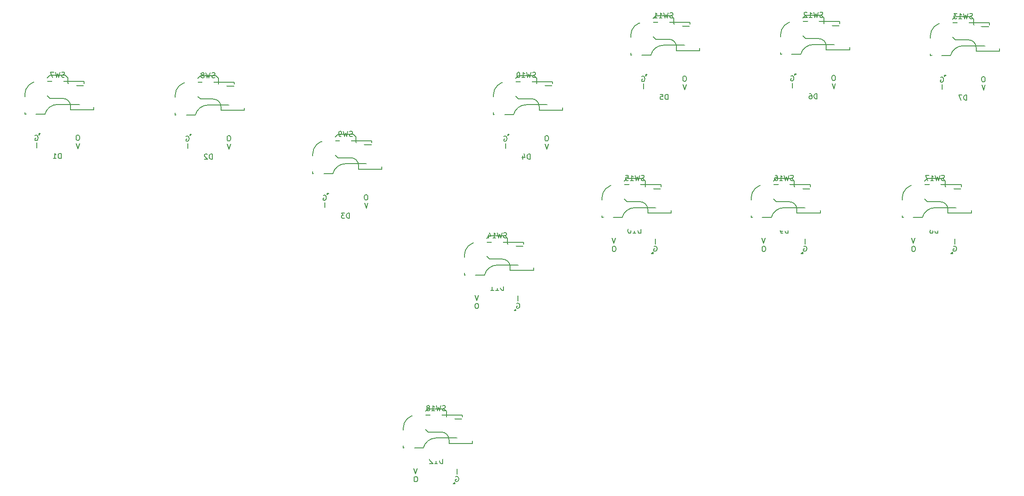
<source format=gbo>
%TF.GenerationSoftware,KiCad,Pcbnew,(6.0.0)*%
%TF.CreationDate,2022-11-06T23:16:27-06:00*%
%TF.ProjectId,Flatbox-rev4,466c6174-626f-4782-9d72-6576342e6b69,rev?*%
%TF.SameCoordinates,Original*%
%TF.FileFunction,Legend,Bot*%
%TF.FilePolarity,Positive*%
%FSLAX46Y46*%
G04 Gerber Fmt 4.6, Leading zero omitted, Abs format (unit mm)*
G04 Created by KiCad (PCBNEW (6.0.0)) date 2022-11-06 23:16:27*
%MOMM*%
%LPD*%
G01*
G04 APERTURE LIST*
%ADD10C,0.150000*%
%ADD11O,1.600000X2.000000*%
%ADD12C,3.000000*%
%ADD13C,1.701800*%
%ADD14C,3.987800*%
%ADD15C,3.429000*%
%ADD16C,0.990600*%
%ADD17R,2.600000X2.600000*%
%ADD18R,2.550000X2.500000*%
%ADD19C,6.400000*%
%ADD20C,2.000000*%
%ADD21C,0.650000*%
%ADD22O,1.000000X1.600000*%
%ADD23O,1.000000X2.100000*%
%ADD24R,1.800000X0.820000*%
G04 APERTURE END LIST*
D10*
X88653333Y-57319761D02*
X88510476Y-57367380D01*
X88272380Y-57367380D01*
X88177142Y-57319761D01*
X88129523Y-57272142D01*
X88081904Y-57176904D01*
X88081904Y-57081666D01*
X88129523Y-56986428D01*
X88177142Y-56938809D01*
X88272380Y-56891190D01*
X88462857Y-56843571D01*
X88558095Y-56795952D01*
X88605714Y-56748333D01*
X88653333Y-56653095D01*
X88653333Y-56557857D01*
X88605714Y-56462619D01*
X88558095Y-56415000D01*
X88462857Y-56367380D01*
X88224761Y-56367380D01*
X88081904Y-56415000D01*
X87748571Y-56367380D02*
X87510476Y-57367380D01*
X87320000Y-56653095D01*
X87129523Y-57367380D01*
X86891428Y-56367380D01*
X86367619Y-56795952D02*
X86462857Y-56748333D01*
X86510476Y-56700714D01*
X86558095Y-56605476D01*
X86558095Y-56557857D01*
X86510476Y-56462619D01*
X86462857Y-56415000D01*
X86367619Y-56367380D01*
X86177142Y-56367380D01*
X86081904Y-56415000D01*
X86034285Y-56462619D01*
X85986666Y-56557857D01*
X85986666Y-56605476D01*
X86034285Y-56700714D01*
X86081904Y-56748333D01*
X86177142Y-56795952D01*
X86367619Y-56795952D01*
X86462857Y-56843571D01*
X86510476Y-56891190D01*
X86558095Y-56986428D01*
X86558095Y-57176904D01*
X86510476Y-57272142D01*
X86462857Y-57319761D01*
X86367619Y-57367380D01*
X86177142Y-57367380D01*
X86081904Y-57319761D01*
X86034285Y-57272142D01*
X85986666Y-57176904D01*
X85986666Y-56986428D01*
X86034285Y-56891190D01*
X86081904Y-56843571D01*
X86177142Y-56795952D01*
X115253333Y-68669761D02*
X115110476Y-68717380D01*
X114872380Y-68717380D01*
X114777142Y-68669761D01*
X114729523Y-68622142D01*
X114681904Y-68526904D01*
X114681904Y-68431666D01*
X114729523Y-68336428D01*
X114777142Y-68288809D01*
X114872380Y-68241190D01*
X115062857Y-68193571D01*
X115158095Y-68145952D01*
X115205714Y-68098333D01*
X115253333Y-68003095D01*
X115253333Y-67907857D01*
X115205714Y-67812619D01*
X115158095Y-67765000D01*
X115062857Y-67717380D01*
X114824761Y-67717380D01*
X114681904Y-67765000D01*
X114348571Y-67717380D02*
X114110476Y-68717380D01*
X113920000Y-68003095D01*
X113729523Y-68717380D01*
X113491428Y-67717380D01*
X113062857Y-68717380D02*
X112872380Y-68717380D01*
X112777142Y-68669761D01*
X112729523Y-68622142D01*
X112634285Y-68479285D01*
X112586666Y-68288809D01*
X112586666Y-67907857D01*
X112634285Y-67812619D01*
X112681904Y-67765000D01*
X112777142Y-67717380D01*
X112967619Y-67717380D01*
X113062857Y-67765000D01*
X113110476Y-67812619D01*
X113158095Y-67907857D01*
X113158095Y-68145952D01*
X113110476Y-68241190D01*
X113062857Y-68288809D01*
X112967619Y-68336428D01*
X112777142Y-68336428D01*
X112681904Y-68288809D01*
X112634285Y-68241190D01*
X112586666Y-68145952D01*
X133229523Y-121769761D02*
X133086666Y-121817380D01*
X132848571Y-121817380D01*
X132753333Y-121769761D01*
X132705714Y-121722142D01*
X132658095Y-121626904D01*
X132658095Y-121531666D01*
X132705714Y-121436428D01*
X132753333Y-121388809D01*
X132848571Y-121341190D01*
X133039047Y-121293571D01*
X133134285Y-121245952D01*
X133181904Y-121198333D01*
X133229523Y-121103095D01*
X133229523Y-121007857D01*
X133181904Y-120912619D01*
X133134285Y-120865000D01*
X133039047Y-120817380D01*
X132800952Y-120817380D01*
X132658095Y-120865000D01*
X132324761Y-120817380D02*
X132086666Y-121817380D01*
X131896190Y-121103095D01*
X131705714Y-121817380D01*
X131467619Y-120817380D01*
X130562857Y-121817380D02*
X131134285Y-121817380D01*
X130848571Y-121817380D02*
X130848571Y-120817380D01*
X130943809Y-120960238D01*
X131039047Y-121055476D01*
X131134285Y-121103095D01*
X129991428Y-121245952D02*
X130086666Y-121198333D01*
X130134285Y-121150714D01*
X130181904Y-121055476D01*
X130181904Y-121007857D01*
X130134285Y-120912619D01*
X130086666Y-120865000D01*
X129991428Y-120817380D01*
X129800952Y-120817380D01*
X129705714Y-120865000D01*
X129658095Y-120912619D01*
X129610476Y-121007857D01*
X129610476Y-121055476D01*
X129658095Y-121150714D01*
X129705714Y-121198333D01*
X129800952Y-121245952D01*
X129991428Y-121245952D01*
X130086666Y-121293571D01*
X130134285Y-121341190D01*
X130181904Y-121436428D01*
X130181904Y-121626904D01*
X130134285Y-121722142D01*
X130086666Y-121769761D01*
X129991428Y-121817380D01*
X129800952Y-121817380D01*
X129705714Y-121769761D01*
X129658095Y-121722142D01*
X129610476Y-121626904D01*
X129610476Y-121436428D01*
X129658095Y-121341190D01*
X129705714Y-121293571D01*
X129800952Y-121245952D01*
X150669523Y-57259761D02*
X150526666Y-57307380D01*
X150288571Y-57307380D01*
X150193333Y-57259761D01*
X150145714Y-57212142D01*
X150098095Y-57116904D01*
X150098095Y-57021666D01*
X150145714Y-56926428D01*
X150193333Y-56878809D01*
X150288571Y-56831190D01*
X150479047Y-56783571D01*
X150574285Y-56735952D01*
X150621904Y-56688333D01*
X150669523Y-56593095D01*
X150669523Y-56497857D01*
X150621904Y-56402619D01*
X150574285Y-56355000D01*
X150479047Y-56307380D01*
X150240952Y-56307380D01*
X150098095Y-56355000D01*
X149764761Y-56307380D02*
X149526666Y-57307380D01*
X149336190Y-56593095D01*
X149145714Y-57307380D01*
X148907619Y-56307380D01*
X148002857Y-57307380D02*
X148574285Y-57307380D01*
X148288571Y-57307380D02*
X148288571Y-56307380D01*
X148383809Y-56450238D01*
X148479047Y-56545476D01*
X148574285Y-56593095D01*
X147383809Y-56307380D02*
X147288571Y-56307380D01*
X147193333Y-56355000D01*
X147145714Y-56402619D01*
X147098095Y-56497857D01*
X147050476Y-56688333D01*
X147050476Y-56926428D01*
X147098095Y-57116904D01*
X147145714Y-57212142D01*
X147193333Y-57259761D01*
X147288571Y-57307380D01*
X147383809Y-57307380D01*
X147479047Y-57259761D01*
X147526666Y-57212142D01*
X147574285Y-57116904D01*
X147621904Y-56926428D01*
X147621904Y-56688333D01*
X147574285Y-56497857D01*
X147526666Y-56402619D01*
X147479047Y-56355000D01*
X147383809Y-56307380D01*
X177229523Y-45729761D02*
X177086666Y-45777380D01*
X176848571Y-45777380D01*
X176753333Y-45729761D01*
X176705714Y-45682142D01*
X176658095Y-45586904D01*
X176658095Y-45491666D01*
X176705714Y-45396428D01*
X176753333Y-45348809D01*
X176848571Y-45301190D01*
X177039047Y-45253571D01*
X177134285Y-45205952D01*
X177181904Y-45158333D01*
X177229523Y-45063095D01*
X177229523Y-44967857D01*
X177181904Y-44872619D01*
X177134285Y-44825000D01*
X177039047Y-44777380D01*
X176800952Y-44777380D01*
X176658095Y-44825000D01*
X176324761Y-44777380D02*
X176086666Y-45777380D01*
X175896190Y-45063095D01*
X175705714Y-45777380D01*
X175467619Y-44777380D01*
X174562857Y-45777380D02*
X175134285Y-45777380D01*
X174848571Y-45777380D02*
X174848571Y-44777380D01*
X174943809Y-44920238D01*
X175039047Y-45015476D01*
X175134285Y-45063095D01*
X173610476Y-45777380D02*
X174181904Y-45777380D01*
X173896190Y-45777380D02*
X173896190Y-44777380D01*
X173991428Y-44920238D01*
X174086666Y-45015476D01*
X174181904Y-45063095D01*
X206199523Y-45609761D02*
X206056666Y-45657380D01*
X205818571Y-45657380D01*
X205723333Y-45609761D01*
X205675714Y-45562142D01*
X205628095Y-45466904D01*
X205628095Y-45371666D01*
X205675714Y-45276428D01*
X205723333Y-45228809D01*
X205818571Y-45181190D01*
X206009047Y-45133571D01*
X206104285Y-45085952D01*
X206151904Y-45038333D01*
X206199523Y-44943095D01*
X206199523Y-44847857D01*
X206151904Y-44752619D01*
X206104285Y-44705000D01*
X206009047Y-44657380D01*
X205770952Y-44657380D01*
X205628095Y-44705000D01*
X205294761Y-44657380D02*
X205056666Y-45657380D01*
X204866190Y-44943095D01*
X204675714Y-45657380D01*
X204437619Y-44657380D01*
X203532857Y-45657380D02*
X204104285Y-45657380D01*
X203818571Y-45657380D02*
X203818571Y-44657380D01*
X203913809Y-44800238D01*
X204009047Y-44895476D01*
X204104285Y-44943095D01*
X203151904Y-44752619D02*
X203104285Y-44705000D01*
X203009047Y-44657380D01*
X202770952Y-44657380D01*
X202675714Y-44705000D01*
X202628095Y-44752619D01*
X202580476Y-44847857D01*
X202580476Y-44943095D01*
X202628095Y-45085952D01*
X203199523Y-45657380D01*
X202580476Y-45657380D01*
X235169523Y-45849761D02*
X235026666Y-45897380D01*
X234788571Y-45897380D01*
X234693333Y-45849761D01*
X234645714Y-45802142D01*
X234598095Y-45706904D01*
X234598095Y-45611666D01*
X234645714Y-45516428D01*
X234693333Y-45468809D01*
X234788571Y-45421190D01*
X234979047Y-45373571D01*
X235074285Y-45325952D01*
X235121904Y-45278333D01*
X235169523Y-45183095D01*
X235169523Y-45087857D01*
X235121904Y-44992619D01*
X235074285Y-44945000D01*
X234979047Y-44897380D01*
X234740952Y-44897380D01*
X234598095Y-44945000D01*
X234264761Y-44897380D02*
X234026666Y-45897380D01*
X233836190Y-45183095D01*
X233645714Y-45897380D01*
X233407619Y-44897380D01*
X232502857Y-45897380D02*
X233074285Y-45897380D01*
X232788571Y-45897380D02*
X232788571Y-44897380D01*
X232883809Y-45040238D01*
X232979047Y-45135476D01*
X233074285Y-45183095D01*
X232169523Y-44897380D02*
X231550476Y-44897380D01*
X231883809Y-45278333D01*
X231740952Y-45278333D01*
X231645714Y-45325952D01*
X231598095Y-45373571D01*
X231550476Y-45468809D01*
X231550476Y-45706904D01*
X231598095Y-45802142D01*
X231645714Y-45849761D01*
X231740952Y-45897380D01*
X232026666Y-45897380D01*
X232121904Y-45849761D01*
X232169523Y-45802142D01*
X145059523Y-88299761D02*
X144916666Y-88347380D01*
X144678571Y-88347380D01*
X144583333Y-88299761D01*
X144535714Y-88252142D01*
X144488095Y-88156904D01*
X144488095Y-88061666D01*
X144535714Y-87966428D01*
X144583333Y-87918809D01*
X144678571Y-87871190D01*
X144869047Y-87823571D01*
X144964285Y-87775952D01*
X145011904Y-87728333D01*
X145059523Y-87633095D01*
X145059523Y-87537857D01*
X145011904Y-87442619D01*
X144964285Y-87395000D01*
X144869047Y-87347380D01*
X144630952Y-87347380D01*
X144488095Y-87395000D01*
X144154761Y-87347380D02*
X143916666Y-88347380D01*
X143726190Y-87633095D01*
X143535714Y-88347380D01*
X143297619Y-87347380D01*
X142392857Y-88347380D02*
X142964285Y-88347380D01*
X142678571Y-88347380D02*
X142678571Y-87347380D01*
X142773809Y-87490238D01*
X142869047Y-87585476D01*
X142964285Y-87633095D01*
X141535714Y-87680714D02*
X141535714Y-88347380D01*
X141773809Y-87299761D02*
X142011904Y-88014047D01*
X141392857Y-88014047D01*
X171669523Y-77189761D02*
X171526666Y-77237380D01*
X171288571Y-77237380D01*
X171193333Y-77189761D01*
X171145714Y-77142142D01*
X171098095Y-77046904D01*
X171098095Y-76951666D01*
X171145714Y-76856428D01*
X171193333Y-76808809D01*
X171288571Y-76761190D01*
X171479047Y-76713571D01*
X171574285Y-76665952D01*
X171621904Y-76618333D01*
X171669523Y-76523095D01*
X171669523Y-76427857D01*
X171621904Y-76332619D01*
X171574285Y-76285000D01*
X171479047Y-76237380D01*
X171240952Y-76237380D01*
X171098095Y-76285000D01*
X170764761Y-76237380D02*
X170526666Y-77237380D01*
X170336190Y-76523095D01*
X170145714Y-77237380D01*
X169907619Y-76237380D01*
X169002857Y-77237380D02*
X169574285Y-77237380D01*
X169288571Y-77237380D02*
X169288571Y-76237380D01*
X169383809Y-76380238D01*
X169479047Y-76475476D01*
X169574285Y-76523095D01*
X168098095Y-76237380D02*
X168574285Y-76237380D01*
X168621904Y-76713571D01*
X168574285Y-76665952D01*
X168479047Y-76618333D01*
X168240952Y-76618333D01*
X168145714Y-76665952D01*
X168098095Y-76713571D01*
X168050476Y-76808809D01*
X168050476Y-77046904D01*
X168098095Y-77142142D01*
X168145714Y-77189761D01*
X168240952Y-77237380D01*
X168479047Y-77237380D01*
X168574285Y-77189761D01*
X168621904Y-77142142D01*
X200519523Y-77189761D02*
X200376666Y-77237380D01*
X200138571Y-77237380D01*
X200043333Y-77189761D01*
X199995714Y-77142142D01*
X199948095Y-77046904D01*
X199948095Y-76951666D01*
X199995714Y-76856428D01*
X200043333Y-76808809D01*
X200138571Y-76761190D01*
X200329047Y-76713571D01*
X200424285Y-76665952D01*
X200471904Y-76618333D01*
X200519523Y-76523095D01*
X200519523Y-76427857D01*
X200471904Y-76332619D01*
X200424285Y-76285000D01*
X200329047Y-76237380D01*
X200090952Y-76237380D01*
X199948095Y-76285000D01*
X199614761Y-76237380D02*
X199376666Y-77237380D01*
X199186190Y-76523095D01*
X198995714Y-77237380D01*
X198757619Y-76237380D01*
X197852857Y-77237380D02*
X198424285Y-77237380D01*
X198138571Y-77237380D02*
X198138571Y-76237380D01*
X198233809Y-76380238D01*
X198329047Y-76475476D01*
X198424285Y-76523095D01*
X196995714Y-76237380D02*
X197186190Y-76237380D01*
X197281428Y-76285000D01*
X197329047Y-76332619D01*
X197424285Y-76475476D01*
X197471904Y-76665952D01*
X197471904Y-77046904D01*
X197424285Y-77142142D01*
X197376666Y-77189761D01*
X197281428Y-77237380D01*
X197090952Y-77237380D01*
X196995714Y-77189761D01*
X196948095Y-77142142D01*
X196900476Y-77046904D01*
X196900476Y-76808809D01*
X196948095Y-76713571D01*
X196995714Y-76665952D01*
X197090952Y-76618333D01*
X197281428Y-76618333D01*
X197376666Y-76665952D01*
X197424285Y-76713571D01*
X197471904Y-76808809D01*
X229729523Y-77189761D02*
X229586666Y-77237380D01*
X229348571Y-77237380D01*
X229253333Y-77189761D01*
X229205714Y-77142142D01*
X229158095Y-77046904D01*
X229158095Y-76951666D01*
X229205714Y-76856428D01*
X229253333Y-76808809D01*
X229348571Y-76761190D01*
X229539047Y-76713571D01*
X229634285Y-76665952D01*
X229681904Y-76618333D01*
X229729523Y-76523095D01*
X229729523Y-76427857D01*
X229681904Y-76332619D01*
X229634285Y-76285000D01*
X229539047Y-76237380D01*
X229300952Y-76237380D01*
X229158095Y-76285000D01*
X228824761Y-76237380D02*
X228586666Y-77237380D01*
X228396190Y-76523095D01*
X228205714Y-77237380D01*
X227967619Y-76237380D01*
X227062857Y-77237380D02*
X227634285Y-77237380D01*
X227348571Y-77237380D02*
X227348571Y-76237380D01*
X227443809Y-76380238D01*
X227539047Y-76475476D01*
X227634285Y-76523095D01*
X226729523Y-76237380D02*
X226062857Y-76237380D01*
X226491428Y-77237380D01*
X59558333Y-57199761D02*
X59415476Y-57247380D01*
X59177380Y-57247380D01*
X59082142Y-57199761D01*
X59034523Y-57152142D01*
X58986904Y-57056904D01*
X58986904Y-56961666D01*
X59034523Y-56866428D01*
X59082142Y-56818809D01*
X59177380Y-56771190D01*
X59367857Y-56723571D01*
X59463095Y-56675952D01*
X59510714Y-56628333D01*
X59558333Y-56533095D01*
X59558333Y-56437857D01*
X59510714Y-56342619D01*
X59463095Y-56295000D01*
X59367857Y-56247380D01*
X59129761Y-56247380D01*
X58986904Y-56295000D01*
X58653571Y-56247380D02*
X58415476Y-57247380D01*
X58225000Y-56533095D01*
X58034523Y-57247380D01*
X57796428Y-56247380D01*
X57510714Y-56247380D02*
X56844047Y-56247380D01*
X57272619Y-57247380D01*
X132659285Y-132018380D02*
X132659285Y-131018380D01*
X132421190Y-131018380D01*
X132278333Y-131066000D01*
X132183095Y-131161238D01*
X132135476Y-131256476D01*
X132087857Y-131446952D01*
X132087857Y-131589809D01*
X132135476Y-131780285D01*
X132183095Y-131875523D01*
X132278333Y-131970761D01*
X132421190Y-132018380D01*
X132659285Y-132018380D01*
X131135476Y-132018380D02*
X131706904Y-132018380D01*
X131421190Y-132018380D02*
X131421190Y-131018380D01*
X131516428Y-131161238D01*
X131611666Y-131256476D01*
X131706904Y-131304095D01*
X130754523Y-131113619D02*
X130706904Y-131066000D01*
X130611666Y-131018380D01*
X130373571Y-131018380D01*
X130278333Y-131066000D01*
X130230714Y-131113619D01*
X130183095Y-131208857D01*
X130183095Y-131304095D01*
X130230714Y-131446952D01*
X130802142Y-132018380D01*
X130183095Y-132018380D01*
X127788333Y-132948380D02*
X127455000Y-133948380D01*
X127121666Y-132948380D01*
X127580238Y-134548380D02*
X127389761Y-134548380D01*
X127294523Y-134596000D01*
X127199285Y-134691238D01*
X127151666Y-134881714D01*
X127151666Y-135215047D01*
X127199285Y-135405523D01*
X127294523Y-135500761D01*
X127389761Y-135548380D01*
X127580238Y-135548380D01*
X127675476Y-135500761D01*
X127770714Y-135405523D01*
X127818333Y-135215047D01*
X127818333Y-134881714D01*
X127770714Y-134691238D01*
X127675476Y-134596000D01*
X127580238Y-134548380D01*
X135445000Y-134088380D02*
X135445000Y-133088380D01*
X135213095Y-134546000D02*
X135308333Y-134498380D01*
X135451190Y-134498380D01*
X135594047Y-134546000D01*
X135689285Y-134641238D01*
X135736904Y-134736476D01*
X135784523Y-134926952D01*
X135784523Y-135069809D01*
X135736904Y-135260285D01*
X135689285Y-135355523D01*
X135594047Y-135450761D01*
X135451190Y-135498380D01*
X135355952Y-135498380D01*
X135213095Y-135450761D01*
X135165476Y-135403142D01*
X135165476Y-135069809D01*
X135355952Y-135069809D01*
X144470285Y-98490380D02*
X144470285Y-97490380D01*
X144232190Y-97490380D01*
X144089333Y-97538000D01*
X143994095Y-97633238D01*
X143946476Y-97728476D01*
X143898857Y-97918952D01*
X143898857Y-98061809D01*
X143946476Y-98252285D01*
X143994095Y-98347523D01*
X144089333Y-98442761D01*
X144232190Y-98490380D01*
X144470285Y-98490380D01*
X142946476Y-98490380D02*
X143517904Y-98490380D01*
X143232190Y-98490380D02*
X143232190Y-97490380D01*
X143327428Y-97633238D01*
X143422666Y-97728476D01*
X143517904Y-97776095D01*
X141994095Y-98490380D02*
X142565523Y-98490380D01*
X142279809Y-98490380D02*
X142279809Y-97490380D01*
X142375047Y-97633238D01*
X142470285Y-97728476D01*
X142565523Y-97776095D01*
X139391238Y-101020380D02*
X139200761Y-101020380D01*
X139105523Y-101068000D01*
X139010285Y-101163238D01*
X138962666Y-101353714D01*
X138962666Y-101687047D01*
X139010285Y-101877523D01*
X139105523Y-101972761D01*
X139200761Y-102020380D01*
X139391238Y-102020380D01*
X139486476Y-101972761D01*
X139581714Y-101877523D01*
X139629333Y-101687047D01*
X139629333Y-101353714D01*
X139581714Y-101163238D01*
X139486476Y-101068000D01*
X139391238Y-101020380D01*
X147024095Y-101018000D02*
X147119333Y-100970380D01*
X147262190Y-100970380D01*
X147405047Y-101018000D01*
X147500285Y-101113238D01*
X147547904Y-101208476D01*
X147595523Y-101398952D01*
X147595523Y-101541809D01*
X147547904Y-101732285D01*
X147500285Y-101827523D01*
X147405047Y-101922761D01*
X147262190Y-101970380D01*
X147166952Y-101970380D01*
X147024095Y-101922761D01*
X146976476Y-101875142D01*
X146976476Y-101541809D01*
X147166952Y-101541809D01*
X147256000Y-100560380D02*
X147256000Y-99560380D01*
X139599333Y-99420380D02*
X139266000Y-100420380D01*
X138932666Y-99420380D01*
X228449095Y-87441380D02*
X228449095Y-86441380D01*
X228211000Y-86441380D01*
X228068142Y-86489000D01*
X227972904Y-86584238D01*
X227925285Y-86679476D01*
X227877666Y-86869952D01*
X227877666Y-87012809D01*
X227925285Y-87203285D01*
X227972904Y-87298523D01*
X228068142Y-87393761D01*
X228211000Y-87441380D01*
X228449095Y-87441380D01*
X227306238Y-86869952D02*
X227401476Y-86822333D01*
X227449095Y-86774714D01*
X227496714Y-86679476D01*
X227496714Y-86631857D01*
X227449095Y-86536619D01*
X227401476Y-86489000D01*
X227306238Y-86441380D01*
X227115761Y-86441380D01*
X227020523Y-86489000D01*
X226972904Y-86536619D01*
X226925285Y-86631857D01*
X226925285Y-86679476D01*
X226972904Y-86774714D01*
X227020523Y-86822333D01*
X227115761Y-86869952D01*
X227306238Y-86869952D01*
X227401476Y-86917571D01*
X227449095Y-86965190D01*
X227496714Y-87060428D01*
X227496714Y-87250904D01*
X227449095Y-87346142D01*
X227401476Y-87393761D01*
X227306238Y-87441380D01*
X227115761Y-87441380D01*
X227020523Y-87393761D01*
X226972904Y-87346142D01*
X226925285Y-87250904D01*
X226925285Y-87060428D01*
X226972904Y-86965190D01*
X227020523Y-86917571D01*
X227115761Y-86869952D01*
X231711000Y-89511380D02*
X231711000Y-88511380D01*
X231479095Y-89969000D02*
X231574333Y-89921380D01*
X231717190Y-89921380D01*
X231860047Y-89969000D01*
X231955285Y-90064238D01*
X232002904Y-90159476D01*
X232050523Y-90349952D01*
X232050523Y-90492809D01*
X232002904Y-90683285D01*
X231955285Y-90778523D01*
X231860047Y-90873761D01*
X231717190Y-90921380D01*
X231621952Y-90921380D01*
X231479095Y-90873761D01*
X231431476Y-90826142D01*
X231431476Y-90492809D01*
X231621952Y-90492809D01*
X223846238Y-89971380D02*
X223655761Y-89971380D01*
X223560523Y-90019000D01*
X223465285Y-90114238D01*
X223417666Y-90304714D01*
X223417666Y-90638047D01*
X223465285Y-90828523D01*
X223560523Y-90923761D01*
X223655761Y-90971380D01*
X223846238Y-90971380D01*
X223941476Y-90923761D01*
X224036714Y-90828523D01*
X224084333Y-90638047D01*
X224084333Y-90304714D01*
X224036714Y-90114238D01*
X223941476Y-90019000D01*
X223846238Y-89971380D01*
X224054333Y-88371380D02*
X223721000Y-89371380D01*
X223387666Y-88371380D01*
X171013285Y-87441380D02*
X171013285Y-86441380D01*
X170775190Y-86441380D01*
X170632333Y-86489000D01*
X170537095Y-86584238D01*
X170489476Y-86679476D01*
X170441857Y-86869952D01*
X170441857Y-87012809D01*
X170489476Y-87203285D01*
X170537095Y-87298523D01*
X170632333Y-87393761D01*
X170775190Y-87441380D01*
X171013285Y-87441380D01*
X169489476Y-87441380D02*
X170060904Y-87441380D01*
X169775190Y-87441380D02*
X169775190Y-86441380D01*
X169870428Y-86584238D01*
X169965666Y-86679476D01*
X170060904Y-86727095D01*
X168870428Y-86441380D02*
X168775190Y-86441380D01*
X168679952Y-86489000D01*
X168632333Y-86536619D01*
X168584714Y-86631857D01*
X168537095Y-86822333D01*
X168537095Y-87060428D01*
X168584714Y-87250904D01*
X168632333Y-87346142D01*
X168679952Y-87393761D01*
X168775190Y-87441380D01*
X168870428Y-87441380D01*
X168965666Y-87393761D01*
X169013285Y-87346142D01*
X169060904Y-87250904D01*
X169108523Y-87060428D01*
X169108523Y-86822333D01*
X169060904Y-86631857D01*
X169013285Y-86536619D01*
X168965666Y-86489000D01*
X168870428Y-86441380D01*
X166142333Y-88371380D02*
X165809000Y-89371380D01*
X165475666Y-88371380D01*
X173799000Y-89511380D02*
X173799000Y-88511380D01*
X173567095Y-89969000D02*
X173662333Y-89921380D01*
X173805190Y-89921380D01*
X173948047Y-89969000D01*
X174043285Y-90064238D01*
X174090904Y-90159476D01*
X174138523Y-90349952D01*
X174138523Y-90492809D01*
X174090904Y-90683285D01*
X174043285Y-90778523D01*
X173948047Y-90873761D01*
X173805190Y-90921380D01*
X173709952Y-90921380D01*
X173567095Y-90873761D01*
X173519476Y-90826142D01*
X173519476Y-90492809D01*
X173709952Y-90492809D01*
X165934238Y-89971380D02*
X165743761Y-89971380D01*
X165648523Y-90019000D01*
X165553285Y-90114238D01*
X165505666Y-90304714D01*
X165505666Y-90638047D01*
X165553285Y-90828523D01*
X165648523Y-90923761D01*
X165743761Y-90971380D01*
X165934238Y-90971380D01*
X166029476Y-90923761D01*
X166124714Y-90828523D01*
X166172333Y-90638047D01*
X166172333Y-90304714D01*
X166124714Y-90114238D01*
X166029476Y-90019000D01*
X165934238Y-89971380D01*
X199493095Y-87441380D02*
X199493095Y-86441380D01*
X199255000Y-86441380D01*
X199112142Y-86489000D01*
X199016904Y-86584238D01*
X198969285Y-86679476D01*
X198921666Y-86869952D01*
X198921666Y-87012809D01*
X198969285Y-87203285D01*
X199016904Y-87298523D01*
X199112142Y-87393761D01*
X199255000Y-87441380D01*
X199493095Y-87441380D01*
X198445476Y-87441380D02*
X198255000Y-87441380D01*
X198159761Y-87393761D01*
X198112142Y-87346142D01*
X198016904Y-87203285D01*
X197969285Y-87012809D01*
X197969285Y-86631857D01*
X198016904Y-86536619D01*
X198064523Y-86489000D01*
X198159761Y-86441380D01*
X198350238Y-86441380D01*
X198445476Y-86489000D01*
X198493095Y-86536619D01*
X198540714Y-86631857D01*
X198540714Y-86869952D01*
X198493095Y-86965190D01*
X198445476Y-87012809D01*
X198350238Y-87060428D01*
X198159761Y-87060428D01*
X198064523Y-87012809D01*
X198016904Y-86965190D01*
X197969285Y-86869952D01*
X202755000Y-89511380D02*
X202755000Y-88511380D01*
X195098333Y-88371380D02*
X194765000Y-89371380D01*
X194431666Y-88371380D01*
X202523095Y-89969000D02*
X202618333Y-89921380D01*
X202761190Y-89921380D01*
X202904047Y-89969000D01*
X202999285Y-90064238D01*
X203046904Y-90159476D01*
X203094523Y-90349952D01*
X203094523Y-90492809D01*
X203046904Y-90683285D01*
X202999285Y-90778523D01*
X202904047Y-90873761D01*
X202761190Y-90921380D01*
X202665952Y-90921380D01*
X202523095Y-90873761D01*
X202475476Y-90826142D01*
X202475476Y-90492809D01*
X202665952Y-90492809D01*
X194890238Y-89971380D02*
X194699761Y-89971380D01*
X194604523Y-90019000D01*
X194509285Y-90114238D01*
X194461666Y-90304714D01*
X194461666Y-90638047D01*
X194509285Y-90828523D01*
X194604523Y-90923761D01*
X194699761Y-90971380D01*
X194890238Y-90971380D01*
X194985476Y-90923761D01*
X195080714Y-90828523D01*
X195128333Y-90638047D01*
X195128333Y-90304714D01*
X195080714Y-90114238D01*
X194985476Y-90019000D01*
X194890238Y-89971380D01*
X234037095Y-61672380D02*
X234037095Y-60672380D01*
X233799000Y-60672380D01*
X233656142Y-60720000D01*
X233560904Y-60815238D01*
X233513285Y-60910476D01*
X233465666Y-61100952D01*
X233465666Y-61243809D01*
X233513285Y-61434285D01*
X233560904Y-61529523D01*
X233656142Y-61624761D01*
X233799000Y-61672380D01*
X234037095Y-61672380D01*
X233132333Y-60672380D02*
X232465666Y-60672380D01*
X232894238Y-61672380D01*
X237622333Y-58742380D02*
X237289000Y-59742380D01*
X236955666Y-58742380D01*
X237354238Y-57142380D02*
X237163761Y-57142380D01*
X237068523Y-57190000D01*
X236973285Y-57285238D01*
X236925666Y-57475714D01*
X236925666Y-57809047D01*
X236973285Y-57999523D01*
X237068523Y-58094761D01*
X237163761Y-58142380D01*
X237354238Y-58142380D01*
X237449476Y-58094761D01*
X237544714Y-57999523D01*
X237592333Y-57809047D01*
X237592333Y-57475714D01*
X237544714Y-57285238D01*
X237449476Y-57190000D01*
X237354238Y-57142380D01*
X229299000Y-59602380D02*
X229299000Y-58602380D01*
X229007095Y-57240000D02*
X229102333Y-57192380D01*
X229245190Y-57192380D01*
X229388047Y-57240000D01*
X229483285Y-57335238D01*
X229530904Y-57430476D01*
X229578523Y-57620952D01*
X229578523Y-57763809D01*
X229530904Y-57954285D01*
X229483285Y-58049523D01*
X229388047Y-58144761D01*
X229245190Y-58192380D01*
X229149952Y-58192380D01*
X229007095Y-58144761D01*
X228959476Y-58097142D01*
X228959476Y-57763809D01*
X229149952Y-57763809D01*
X176252095Y-61545380D02*
X176252095Y-60545380D01*
X176014000Y-60545380D01*
X175871142Y-60593000D01*
X175775904Y-60688238D01*
X175728285Y-60783476D01*
X175680666Y-60973952D01*
X175680666Y-61116809D01*
X175728285Y-61307285D01*
X175775904Y-61402523D01*
X175871142Y-61497761D01*
X176014000Y-61545380D01*
X176252095Y-61545380D01*
X174775904Y-60545380D02*
X175252095Y-60545380D01*
X175299714Y-61021571D01*
X175252095Y-60973952D01*
X175156857Y-60926333D01*
X174918761Y-60926333D01*
X174823523Y-60973952D01*
X174775904Y-61021571D01*
X174728285Y-61116809D01*
X174728285Y-61354904D01*
X174775904Y-61450142D01*
X174823523Y-61497761D01*
X174918761Y-61545380D01*
X175156857Y-61545380D01*
X175252095Y-61497761D01*
X175299714Y-61450142D01*
X179569238Y-57015380D02*
X179378761Y-57015380D01*
X179283523Y-57063000D01*
X179188285Y-57158238D01*
X179140666Y-57348714D01*
X179140666Y-57682047D01*
X179188285Y-57872523D01*
X179283523Y-57967761D01*
X179378761Y-58015380D01*
X179569238Y-58015380D01*
X179664476Y-57967761D01*
X179759714Y-57872523D01*
X179807333Y-57682047D01*
X179807333Y-57348714D01*
X179759714Y-57158238D01*
X179664476Y-57063000D01*
X179569238Y-57015380D01*
X179837333Y-58615380D02*
X179504000Y-59615380D01*
X179170666Y-58615380D01*
X171514000Y-59475380D02*
X171514000Y-58475380D01*
X171222095Y-57113000D02*
X171317333Y-57065380D01*
X171460190Y-57065380D01*
X171603047Y-57113000D01*
X171698285Y-57208238D01*
X171745904Y-57303476D01*
X171793523Y-57493952D01*
X171793523Y-57636809D01*
X171745904Y-57827285D01*
X171698285Y-57922523D01*
X171603047Y-58017761D01*
X171460190Y-58065380D01*
X171364952Y-58065380D01*
X171222095Y-58017761D01*
X171174476Y-57970142D01*
X171174476Y-57636809D01*
X171364952Y-57636809D01*
X205081095Y-61418380D02*
X205081095Y-60418380D01*
X204843000Y-60418380D01*
X204700142Y-60466000D01*
X204604904Y-60561238D01*
X204557285Y-60656476D01*
X204509666Y-60846952D01*
X204509666Y-60989809D01*
X204557285Y-61180285D01*
X204604904Y-61275523D01*
X204700142Y-61370761D01*
X204843000Y-61418380D01*
X205081095Y-61418380D01*
X203652523Y-60418380D02*
X203843000Y-60418380D01*
X203938238Y-60466000D01*
X203985857Y-60513619D01*
X204081095Y-60656476D01*
X204128714Y-60846952D01*
X204128714Y-61227904D01*
X204081095Y-61323142D01*
X204033476Y-61370761D01*
X203938238Y-61418380D01*
X203747761Y-61418380D01*
X203652523Y-61370761D01*
X203604904Y-61323142D01*
X203557285Y-61227904D01*
X203557285Y-60989809D01*
X203604904Y-60894571D01*
X203652523Y-60846952D01*
X203747761Y-60799333D01*
X203938238Y-60799333D01*
X204033476Y-60846952D01*
X204081095Y-60894571D01*
X204128714Y-60989809D01*
X200343000Y-59348380D02*
X200343000Y-58348380D01*
X208666333Y-58488380D02*
X208333000Y-59488380D01*
X207999666Y-58488380D01*
X208398238Y-56888380D02*
X208207761Y-56888380D01*
X208112523Y-56936000D01*
X208017285Y-57031238D01*
X207969666Y-57221714D01*
X207969666Y-57555047D01*
X208017285Y-57745523D01*
X208112523Y-57840761D01*
X208207761Y-57888380D01*
X208398238Y-57888380D01*
X208493476Y-57840761D01*
X208588714Y-57745523D01*
X208636333Y-57555047D01*
X208636333Y-57221714D01*
X208588714Y-57031238D01*
X208493476Y-56936000D01*
X208398238Y-56888380D01*
X200051095Y-56986000D02*
X200146333Y-56938380D01*
X200289190Y-56938380D01*
X200432047Y-56986000D01*
X200527285Y-57081238D01*
X200574904Y-57176476D01*
X200622523Y-57366952D01*
X200622523Y-57509809D01*
X200574904Y-57700285D01*
X200527285Y-57795523D01*
X200432047Y-57890761D01*
X200289190Y-57938380D01*
X200193952Y-57938380D01*
X200051095Y-57890761D01*
X200003476Y-57843142D01*
X200003476Y-57509809D01*
X200193952Y-57509809D01*
X88114095Y-73102380D02*
X88114095Y-72102380D01*
X87876000Y-72102380D01*
X87733142Y-72150000D01*
X87637904Y-72245238D01*
X87590285Y-72340476D01*
X87542666Y-72530952D01*
X87542666Y-72673809D01*
X87590285Y-72864285D01*
X87637904Y-72959523D01*
X87733142Y-73054761D01*
X87876000Y-73102380D01*
X88114095Y-73102380D01*
X87161714Y-72197619D02*
X87114095Y-72150000D01*
X87018857Y-72102380D01*
X86780761Y-72102380D01*
X86685523Y-72150000D01*
X86637904Y-72197619D01*
X86590285Y-72292857D01*
X86590285Y-72388095D01*
X86637904Y-72530952D01*
X87209333Y-73102380D01*
X86590285Y-73102380D01*
X83376000Y-71032380D02*
X83376000Y-70032380D01*
X91431238Y-68572380D02*
X91240761Y-68572380D01*
X91145523Y-68620000D01*
X91050285Y-68715238D01*
X91002666Y-68905714D01*
X91002666Y-69239047D01*
X91050285Y-69429523D01*
X91145523Y-69524761D01*
X91240761Y-69572380D01*
X91431238Y-69572380D01*
X91526476Y-69524761D01*
X91621714Y-69429523D01*
X91669333Y-69239047D01*
X91669333Y-68905714D01*
X91621714Y-68715238D01*
X91526476Y-68620000D01*
X91431238Y-68572380D01*
X91699333Y-70172380D02*
X91366000Y-71172380D01*
X91032666Y-70172380D01*
X83084095Y-68670000D02*
X83179333Y-68622380D01*
X83322190Y-68622380D01*
X83465047Y-68670000D01*
X83560285Y-68765238D01*
X83607904Y-68860476D01*
X83655523Y-69050952D01*
X83655523Y-69193809D01*
X83607904Y-69384285D01*
X83560285Y-69479523D01*
X83465047Y-69574761D01*
X83322190Y-69622380D01*
X83226952Y-69622380D01*
X83084095Y-69574761D01*
X83036476Y-69527142D01*
X83036476Y-69193809D01*
X83226952Y-69193809D01*
X149582095Y-73102380D02*
X149582095Y-72102380D01*
X149344000Y-72102380D01*
X149201142Y-72150000D01*
X149105904Y-72245238D01*
X149058285Y-72340476D01*
X149010666Y-72530952D01*
X149010666Y-72673809D01*
X149058285Y-72864285D01*
X149105904Y-72959523D01*
X149201142Y-73054761D01*
X149344000Y-73102380D01*
X149582095Y-73102380D01*
X148153523Y-72435714D02*
X148153523Y-73102380D01*
X148391619Y-72054761D02*
X148629714Y-72769047D01*
X148010666Y-72769047D01*
X153167333Y-70172380D02*
X152834000Y-71172380D01*
X152500666Y-70172380D01*
X152899238Y-68572380D02*
X152708761Y-68572380D01*
X152613523Y-68620000D01*
X152518285Y-68715238D01*
X152470666Y-68905714D01*
X152470666Y-69239047D01*
X152518285Y-69429523D01*
X152613523Y-69524761D01*
X152708761Y-69572380D01*
X152899238Y-69572380D01*
X152994476Y-69524761D01*
X153089714Y-69429523D01*
X153137333Y-69239047D01*
X153137333Y-68905714D01*
X153089714Y-68715238D01*
X152994476Y-68620000D01*
X152899238Y-68572380D01*
X144552095Y-68670000D02*
X144647333Y-68622380D01*
X144790190Y-68622380D01*
X144933047Y-68670000D01*
X145028285Y-68765238D01*
X145075904Y-68860476D01*
X145123523Y-69050952D01*
X145123523Y-69193809D01*
X145075904Y-69384285D01*
X145028285Y-69479523D01*
X144933047Y-69574761D01*
X144790190Y-69622380D01*
X144694952Y-69622380D01*
X144552095Y-69574761D01*
X144504476Y-69527142D01*
X144504476Y-69193809D01*
X144694952Y-69193809D01*
X144844000Y-71032380D02*
X144844000Y-70032380D01*
X58904095Y-72975380D02*
X58904095Y-71975380D01*
X58666000Y-71975380D01*
X58523142Y-72023000D01*
X58427904Y-72118238D01*
X58380285Y-72213476D01*
X58332666Y-72403952D01*
X58332666Y-72546809D01*
X58380285Y-72737285D01*
X58427904Y-72832523D01*
X58523142Y-72927761D01*
X58666000Y-72975380D01*
X58904095Y-72975380D01*
X57380285Y-72975380D02*
X57951714Y-72975380D01*
X57666000Y-72975380D02*
X57666000Y-71975380D01*
X57761238Y-72118238D01*
X57856476Y-72213476D01*
X57951714Y-72261095D01*
X54166000Y-70905380D02*
X54166000Y-69905380D01*
X62221238Y-68445380D02*
X62030761Y-68445380D01*
X61935523Y-68493000D01*
X61840285Y-68588238D01*
X61792666Y-68778714D01*
X61792666Y-69112047D01*
X61840285Y-69302523D01*
X61935523Y-69397761D01*
X62030761Y-69445380D01*
X62221238Y-69445380D01*
X62316476Y-69397761D01*
X62411714Y-69302523D01*
X62459333Y-69112047D01*
X62459333Y-68778714D01*
X62411714Y-68588238D01*
X62316476Y-68493000D01*
X62221238Y-68445380D01*
X62489333Y-70045380D02*
X62156000Y-71045380D01*
X61822666Y-70045380D01*
X53874095Y-68543000D02*
X53969333Y-68495380D01*
X54112190Y-68495380D01*
X54255047Y-68543000D01*
X54350285Y-68638238D01*
X54397904Y-68733476D01*
X54445523Y-68923952D01*
X54445523Y-69066809D01*
X54397904Y-69257285D01*
X54350285Y-69352523D01*
X54255047Y-69447761D01*
X54112190Y-69495380D01*
X54016952Y-69495380D01*
X53874095Y-69447761D01*
X53826476Y-69400142D01*
X53826476Y-69066809D01*
X54016952Y-69066809D01*
X114657095Y-84532380D02*
X114657095Y-83532380D01*
X114419000Y-83532380D01*
X114276142Y-83580000D01*
X114180904Y-83675238D01*
X114133285Y-83770476D01*
X114085666Y-83960952D01*
X114085666Y-84103809D01*
X114133285Y-84294285D01*
X114180904Y-84389523D01*
X114276142Y-84484761D01*
X114419000Y-84532380D01*
X114657095Y-84532380D01*
X113752333Y-83532380D02*
X113133285Y-83532380D01*
X113466619Y-83913333D01*
X113323761Y-83913333D01*
X113228523Y-83960952D01*
X113180904Y-84008571D01*
X113133285Y-84103809D01*
X113133285Y-84341904D01*
X113180904Y-84437142D01*
X113228523Y-84484761D01*
X113323761Y-84532380D01*
X113609476Y-84532380D01*
X113704714Y-84484761D01*
X113752333Y-84437142D01*
X109919000Y-82462380D02*
X109919000Y-81462380D01*
X109627095Y-80100000D02*
X109722333Y-80052380D01*
X109865190Y-80052380D01*
X110008047Y-80100000D01*
X110103285Y-80195238D01*
X110150904Y-80290476D01*
X110198523Y-80480952D01*
X110198523Y-80623809D01*
X110150904Y-80814285D01*
X110103285Y-80909523D01*
X110008047Y-81004761D01*
X109865190Y-81052380D01*
X109769952Y-81052380D01*
X109627095Y-81004761D01*
X109579476Y-80957142D01*
X109579476Y-80623809D01*
X109769952Y-80623809D01*
X118242333Y-81602380D02*
X117909000Y-82602380D01*
X117575666Y-81602380D01*
X117974238Y-80002380D02*
X117783761Y-80002380D01*
X117688523Y-80050000D01*
X117593285Y-80145238D01*
X117545666Y-80335714D01*
X117545666Y-80669047D01*
X117593285Y-80859523D01*
X117688523Y-80954761D01*
X117783761Y-81002380D01*
X117974238Y-81002380D01*
X118069476Y-80954761D01*
X118164714Y-80859523D01*
X118212333Y-80669047D01*
X118212333Y-80335714D01*
X118164714Y-80145238D01*
X118069476Y-80050000D01*
X117974238Y-80002380D01*
X94320000Y-58970000D02*
X89820000Y-58970000D01*
X89820000Y-63670000D02*
X94320000Y-63670000D01*
X85820000Y-56970000D02*
X88820000Y-56970000D01*
X84855838Y-64535000D02*
X83129000Y-64535000D01*
X92400000Y-61614000D02*
X92400000Y-62630000D01*
X85320000Y-57470000D02*
X85820000Y-56970000D01*
X92400000Y-58185000D02*
X92400000Y-58566000D01*
X80970000Y-60725000D02*
X80970000Y-61106000D01*
X88820000Y-56970000D02*
X89320000Y-57470000D01*
X89820000Y-62970000D02*
X89820000Y-63670000D01*
X85320000Y-60970000D02*
X85820000Y-61470000D01*
X92400000Y-62630000D02*
X87320000Y-62630000D01*
X83510000Y-58185000D02*
X92400000Y-58185000D01*
X94320000Y-59570000D02*
X94320000Y-58970000D01*
X85820000Y-61470000D02*
X88320000Y-61470000D01*
X80970000Y-64154000D02*
X80970000Y-64535000D01*
X81351000Y-64535000D02*
X80970000Y-64535000D01*
X94320000Y-63670000D02*
X94320000Y-63170000D01*
X89320000Y-58470000D02*
X89320000Y-57470000D01*
X83510000Y-58185000D02*
G75*
G03*
X80970000Y-60725000I1J-2540001D01*
G01*
X89820000Y-62970000D02*
G75*
G03*
X88320000Y-61470000I-1500001J-1D01*
G01*
X89320000Y-58470000D02*
G75*
G03*
X89820000Y-58970000I500001J1D01*
G01*
X87320000Y-62629999D02*
G75*
G03*
X84855838Y-64553960I0J-2540000D01*
G01*
X115420000Y-68320000D02*
X115920000Y-68820000D01*
X112420000Y-68320000D02*
X115420000Y-68320000D01*
X116420000Y-74320000D02*
X116420000Y-75020000D01*
X119000000Y-69535000D02*
X119000000Y-69916000D01*
X112420000Y-72820000D02*
X114920000Y-72820000D01*
X120920000Y-70920000D02*
X120920000Y-70320000D01*
X110110000Y-69535000D02*
X119000000Y-69535000D01*
X111920000Y-68820000D02*
X112420000Y-68320000D01*
X116420000Y-75020000D02*
X120920000Y-75020000D01*
X107570000Y-72075000D02*
X107570000Y-72456000D01*
X115920000Y-69820000D02*
X115920000Y-68820000D01*
X111920000Y-72320000D02*
X112420000Y-72820000D01*
X120920000Y-70320000D02*
X116420000Y-70320000D01*
X111455838Y-75885000D02*
X109729000Y-75885000D01*
X107951000Y-75885000D02*
X107570000Y-75885000D01*
X119000000Y-73980000D02*
X113920000Y-73980000D01*
X120920000Y-75020000D02*
X120920000Y-74520000D01*
X119000000Y-72964000D02*
X119000000Y-73980000D01*
X107570000Y-75504000D02*
X107570000Y-75885000D01*
X113920000Y-73979999D02*
G75*
G03*
X111455838Y-75903960I0J-2540000D01*
G01*
X116420000Y-74320000D02*
G75*
G03*
X114920000Y-72820000I-1500001J-1D01*
G01*
X110110000Y-69535000D02*
G75*
G03*
X107570000Y-72075000I1J-2540001D01*
G01*
X115920000Y-69820000D02*
G75*
G03*
X116420000Y-70320000I500001J1D01*
G01*
X129920000Y-121420000D02*
X132920000Y-121420000D01*
X129420000Y-125420000D02*
X129920000Y-125920000D01*
X136500000Y-126064000D02*
X136500000Y-127080000D01*
X138420000Y-128120000D02*
X138420000Y-127620000D01*
X133420000Y-122920000D02*
X133420000Y-121920000D01*
X133920000Y-128120000D02*
X138420000Y-128120000D01*
X138420000Y-124020000D02*
X138420000Y-123420000D01*
X138420000Y-123420000D02*
X133920000Y-123420000D01*
X129920000Y-125920000D02*
X132420000Y-125920000D01*
X127610000Y-122635000D02*
X136500000Y-122635000D01*
X136500000Y-127080000D02*
X131420000Y-127080000D01*
X128955838Y-128985000D02*
X127229000Y-128985000D01*
X125451000Y-128985000D02*
X125070000Y-128985000D01*
X125070000Y-125175000D02*
X125070000Y-125556000D01*
X136500000Y-122635000D02*
X136500000Y-123016000D01*
X133920000Y-127420000D02*
X133920000Y-128120000D01*
X125070000Y-128604000D02*
X125070000Y-128985000D01*
X132920000Y-121420000D02*
X133420000Y-121920000D01*
X129420000Y-121920000D02*
X129920000Y-121420000D01*
X133920000Y-127420000D02*
G75*
G03*
X132420000Y-125920000I-1500001J-1D01*
G01*
X131420000Y-127079999D02*
G75*
G03*
X128955838Y-129003960I0J-2540000D01*
G01*
X133420000Y-122920000D02*
G75*
G03*
X133920000Y-123420000I500001J1D01*
G01*
X127610000Y-122635000D02*
G75*
G03*
X125070000Y-125175000I1J-2540001D01*
G01*
X142891000Y-64475000D02*
X142510000Y-64475000D01*
X146860000Y-57410000D02*
X147360000Y-56910000D01*
X145050000Y-58125000D02*
X153940000Y-58125000D01*
X142510000Y-60665000D02*
X142510000Y-61046000D01*
X155860000Y-58910000D02*
X151360000Y-58910000D01*
X151360000Y-63610000D02*
X155860000Y-63610000D01*
X155860000Y-59510000D02*
X155860000Y-58910000D01*
X150360000Y-56910000D02*
X150860000Y-57410000D01*
X150860000Y-58410000D02*
X150860000Y-57410000D01*
X151360000Y-62910000D02*
X151360000Y-63610000D01*
X153940000Y-62570000D02*
X148860000Y-62570000D01*
X146395838Y-64475000D02*
X144669000Y-64475000D01*
X153940000Y-61554000D02*
X153940000Y-62570000D01*
X147360000Y-56910000D02*
X150360000Y-56910000D01*
X155860000Y-63610000D02*
X155860000Y-63110000D01*
X147360000Y-61410000D02*
X149860000Y-61410000D01*
X153940000Y-58125000D02*
X153940000Y-58506000D01*
X146860000Y-60910000D02*
X147360000Y-61410000D01*
X142510000Y-64094000D02*
X142510000Y-64475000D01*
X145050000Y-58125000D02*
G75*
G03*
X142510000Y-60665000I1J-2540001D01*
G01*
X150860000Y-58410000D02*
G75*
G03*
X151360000Y-58910000I500001J1D01*
G01*
X151360000Y-62910000D02*
G75*
G03*
X149860000Y-61410000I-1500001J-1D01*
G01*
X148860000Y-62569999D02*
G75*
G03*
X146395838Y-64493960I0J-2540000D01*
G01*
X180500000Y-50024000D02*
X180500000Y-51040000D01*
X177920000Y-51380000D02*
X177920000Y-52080000D01*
X182420000Y-47980000D02*
X182420000Y-47380000D01*
X182420000Y-47380000D02*
X177920000Y-47380000D01*
X180500000Y-46595000D02*
X180500000Y-46976000D01*
X177920000Y-52080000D02*
X182420000Y-52080000D01*
X173420000Y-49380000D02*
X173920000Y-49880000D01*
X169070000Y-49135000D02*
X169070000Y-49516000D01*
X180500000Y-51040000D02*
X175420000Y-51040000D01*
X176920000Y-45380000D02*
X177420000Y-45880000D01*
X169451000Y-52945000D02*
X169070000Y-52945000D01*
X182420000Y-52080000D02*
X182420000Y-51580000D01*
X172955838Y-52945000D02*
X171229000Y-52945000D01*
X171610000Y-46595000D02*
X180500000Y-46595000D01*
X173920000Y-45380000D02*
X176920000Y-45380000D01*
X173420000Y-45880000D02*
X173920000Y-45380000D01*
X169070000Y-52564000D02*
X169070000Y-52945000D01*
X177420000Y-46880000D02*
X177420000Y-45880000D01*
X173920000Y-49880000D02*
X176420000Y-49880000D01*
X171610000Y-46595000D02*
G75*
G03*
X169070000Y-49135000I1J-2540001D01*
G01*
X175420000Y-51039999D02*
G75*
G03*
X172955838Y-52963960I0J-2540000D01*
G01*
X177920000Y-51380000D02*
G75*
G03*
X176420000Y-49880000I-1500001J-1D01*
G01*
X177420000Y-46880000D02*
G75*
G03*
X177920000Y-47380000I500001J1D01*
G01*
X206890000Y-51260000D02*
X206890000Y-51960000D01*
X198040000Y-52444000D02*
X198040000Y-52825000D01*
X209470000Y-46475000D02*
X209470000Y-46856000D01*
X202390000Y-49260000D02*
X202890000Y-49760000D01*
X202390000Y-45760000D02*
X202890000Y-45260000D01*
X205890000Y-45260000D02*
X206390000Y-45760000D01*
X211390000Y-47260000D02*
X206890000Y-47260000D01*
X211390000Y-51960000D02*
X211390000Y-51460000D01*
X206890000Y-51960000D02*
X211390000Y-51960000D01*
X209470000Y-50920000D02*
X204390000Y-50920000D01*
X211390000Y-47860000D02*
X211390000Y-47260000D01*
X201925838Y-52825000D02*
X200199000Y-52825000D01*
X200580000Y-46475000D02*
X209470000Y-46475000D01*
X209470000Y-49904000D02*
X209470000Y-50920000D01*
X198421000Y-52825000D02*
X198040000Y-52825000D01*
X206390000Y-46760000D02*
X206390000Y-45760000D01*
X202890000Y-45260000D02*
X205890000Y-45260000D01*
X198040000Y-49015000D02*
X198040000Y-49396000D01*
X202890000Y-49760000D02*
X205390000Y-49760000D01*
X204390000Y-50919999D02*
G75*
G03*
X201925838Y-52843960I0J-2540000D01*
G01*
X200580000Y-46475000D02*
G75*
G03*
X198040000Y-49015000I1J-2540001D01*
G01*
X206390000Y-46760000D02*
G75*
G03*
X206890000Y-47260000I500001J1D01*
G01*
X206890000Y-51260000D02*
G75*
G03*
X205390000Y-49760000I-1500001J-1D01*
G01*
X235360000Y-47000000D02*
X235360000Y-46000000D01*
X227010000Y-52684000D02*
X227010000Y-53065000D01*
X238440000Y-46715000D02*
X238440000Y-47096000D01*
X238440000Y-51160000D02*
X233360000Y-51160000D01*
X230895838Y-53065000D02*
X229169000Y-53065000D01*
X235860000Y-52200000D02*
X240360000Y-52200000D01*
X240360000Y-52200000D02*
X240360000Y-51700000D01*
X227010000Y-49255000D02*
X227010000Y-49636000D01*
X227391000Y-53065000D02*
X227010000Y-53065000D01*
X235860000Y-51500000D02*
X235860000Y-52200000D01*
X229550000Y-46715000D02*
X238440000Y-46715000D01*
X234860000Y-45500000D02*
X235360000Y-46000000D01*
X240360000Y-48100000D02*
X240360000Y-47500000D01*
X231360000Y-46000000D02*
X231860000Y-45500000D01*
X231860000Y-50000000D02*
X234360000Y-50000000D01*
X231360000Y-49500000D02*
X231860000Y-50000000D01*
X240360000Y-47500000D02*
X235860000Y-47500000D01*
X231860000Y-45500000D02*
X234860000Y-45500000D01*
X238440000Y-50144000D02*
X238440000Y-51160000D01*
X229550000Y-46715000D02*
G75*
G03*
X227010000Y-49255000I1J-2540001D01*
G01*
X233360000Y-51159999D02*
G75*
G03*
X230895838Y-53083960I0J-2540000D01*
G01*
X235860000Y-51500000D02*
G75*
G03*
X234360000Y-50000000I-1500001J-1D01*
G01*
X235360000Y-47000000D02*
G75*
G03*
X235860000Y-47500000I500001J1D01*
G01*
X137281000Y-95515000D02*
X136900000Y-95515000D01*
X150250000Y-89950000D02*
X145750000Y-89950000D01*
X144750000Y-87950000D02*
X145250000Y-88450000D01*
X148330000Y-92594000D02*
X148330000Y-93610000D01*
X141750000Y-92450000D02*
X144250000Y-92450000D01*
X145750000Y-93950000D02*
X145750000Y-94650000D01*
X150250000Y-90550000D02*
X150250000Y-89950000D01*
X140785838Y-95515000D02*
X139059000Y-95515000D01*
X148330000Y-89165000D02*
X148330000Y-89546000D01*
X141250000Y-88450000D02*
X141750000Y-87950000D01*
X136900000Y-91705000D02*
X136900000Y-92086000D01*
X141250000Y-91950000D02*
X141750000Y-92450000D01*
X139440000Y-89165000D02*
X148330000Y-89165000D01*
X136900000Y-95134000D02*
X136900000Y-95515000D01*
X141750000Y-87950000D02*
X144750000Y-87950000D01*
X145750000Y-94650000D02*
X150250000Y-94650000D01*
X148330000Y-93610000D02*
X143250000Y-93610000D01*
X150250000Y-94650000D02*
X150250000Y-94150000D01*
X145250000Y-89450000D02*
X145250000Y-88450000D01*
X145250000Y-89450000D02*
G75*
G03*
X145750000Y-89950000I500001J1D01*
G01*
X143250000Y-93609999D02*
G75*
G03*
X140785838Y-95533960I0J-2540000D01*
G01*
X145750000Y-93950000D02*
G75*
G03*
X144250000Y-92450000I-1500001J-1D01*
G01*
X139440000Y-89165000D02*
G75*
G03*
X136900000Y-91705000I1J-2540001D01*
G01*
X168360000Y-81340000D02*
X170860000Y-81340000D01*
X163510000Y-84024000D02*
X163510000Y-84405000D01*
X176860000Y-78840000D02*
X172360000Y-78840000D01*
X174940000Y-82500000D02*
X169860000Y-82500000D01*
X176860000Y-83540000D02*
X176860000Y-83040000D01*
X174940000Y-78055000D02*
X174940000Y-78436000D01*
X167860000Y-77340000D02*
X168360000Y-76840000D01*
X167860000Y-80840000D02*
X168360000Y-81340000D01*
X163510000Y-80595000D02*
X163510000Y-80976000D01*
X163891000Y-84405000D02*
X163510000Y-84405000D01*
X168360000Y-76840000D02*
X171360000Y-76840000D01*
X172360000Y-83540000D02*
X176860000Y-83540000D01*
X172360000Y-82840000D02*
X172360000Y-83540000D01*
X166050000Y-78055000D02*
X174940000Y-78055000D01*
X176860000Y-79440000D02*
X176860000Y-78840000D01*
X171360000Y-76840000D02*
X171860000Y-77340000D01*
X167395838Y-84405000D02*
X165669000Y-84405000D01*
X171860000Y-78340000D02*
X171860000Y-77340000D01*
X174940000Y-81484000D02*
X174940000Y-82500000D01*
X171860000Y-78340000D02*
G75*
G03*
X172360000Y-78840000I500001J1D01*
G01*
X166050000Y-78055000D02*
G75*
G03*
X163510000Y-80595000I1J-2540001D01*
G01*
X169860000Y-82499999D02*
G75*
G03*
X167395838Y-84423960I0J-2540000D01*
G01*
X172360000Y-82840000D02*
G75*
G03*
X170860000Y-81340000I-1500001J-1D01*
G01*
X200210000Y-76840000D02*
X200710000Y-77340000D01*
X200710000Y-78340000D02*
X200710000Y-77340000D01*
X197210000Y-81340000D02*
X199710000Y-81340000D01*
X196710000Y-80840000D02*
X197210000Y-81340000D01*
X205710000Y-79440000D02*
X205710000Y-78840000D01*
X201210000Y-83540000D02*
X205710000Y-83540000D01*
X192360000Y-84024000D02*
X192360000Y-84405000D01*
X205710000Y-83540000D02*
X205710000Y-83040000D01*
X196245838Y-84405000D02*
X194519000Y-84405000D01*
X194900000Y-78055000D02*
X203790000Y-78055000D01*
X192741000Y-84405000D02*
X192360000Y-84405000D01*
X197210000Y-76840000D02*
X200210000Y-76840000D01*
X203790000Y-78055000D02*
X203790000Y-78436000D01*
X192360000Y-80595000D02*
X192360000Y-80976000D01*
X196710000Y-77340000D02*
X197210000Y-76840000D01*
X201210000Y-82840000D02*
X201210000Y-83540000D01*
X203790000Y-81484000D02*
X203790000Y-82500000D01*
X205710000Y-78840000D02*
X201210000Y-78840000D01*
X203790000Y-82500000D02*
X198710000Y-82500000D01*
X194900000Y-78055000D02*
G75*
G03*
X192360000Y-80595000I1J-2540001D01*
G01*
X200710000Y-78340000D02*
G75*
G03*
X201210000Y-78840000I500001J1D01*
G01*
X201210000Y-82840000D02*
G75*
G03*
X199710000Y-81340000I-1500001J-1D01*
G01*
X198710000Y-82499999D02*
G75*
G03*
X196245838Y-84423960I0J-2540000D01*
G01*
X226420000Y-81340000D02*
X228920000Y-81340000D01*
X229920000Y-78340000D02*
X229920000Y-77340000D01*
X234920000Y-78840000D02*
X230420000Y-78840000D01*
X225920000Y-77340000D02*
X226420000Y-76840000D01*
X221951000Y-84405000D02*
X221570000Y-84405000D01*
X233000000Y-82500000D02*
X227920000Y-82500000D01*
X233000000Y-81484000D02*
X233000000Y-82500000D01*
X230420000Y-83540000D02*
X234920000Y-83540000D01*
X230420000Y-82840000D02*
X230420000Y-83540000D01*
X221570000Y-80595000D02*
X221570000Y-80976000D01*
X225920000Y-80840000D02*
X226420000Y-81340000D01*
X225455838Y-84405000D02*
X223729000Y-84405000D01*
X221570000Y-84024000D02*
X221570000Y-84405000D01*
X226420000Y-76840000D02*
X229420000Y-76840000D01*
X234920000Y-83540000D02*
X234920000Y-83040000D01*
X224110000Y-78055000D02*
X233000000Y-78055000D01*
X233000000Y-78055000D02*
X233000000Y-78436000D01*
X229420000Y-76840000D02*
X229920000Y-77340000D01*
X234920000Y-79440000D02*
X234920000Y-78840000D01*
X229920000Y-78340000D02*
G75*
G03*
X230420000Y-78840000I500001J1D01*
G01*
X224110000Y-78055000D02*
G75*
G03*
X221570000Y-80595000I1J-2540001D01*
G01*
X230420000Y-82840000D02*
G75*
G03*
X228920000Y-81340000I-1500001J-1D01*
G01*
X227920000Y-82499999D02*
G75*
G03*
X225455838Y-84423960I0J-2540000D01*
G01*
X51875000Y-60605000D02*
X51875000Y-60986000D01*
X55760838Y-64415000D02*
X54034000Y-64415000D01*
X60725000Y-62850000D02*
X60725000Y-63550000D01*
X65225000Y-63550000D02*
X65225000Y-63050000D01*
X60725000Y-63550000D02*
X65225000Y-63550000D01*
X59725000Y-56850000D02*
X60225000Y-57350000D01*
X63305000Y-61494000D02*
X63305000Y-62510000D01*
X60225000Y-58350000D02*
X60225000Y-57350000D01*
X56225000Y-57350000D02*
X56725000Y-56850000D01*
X56725000Y-56850000D02*
X59725000Y-56850000D01*
X63305000Y-62510000D02*
X58225000Y-62510000D01*
X63305000Y-58065000D02*
X63305000Y-58446000D01*
X56725000Y-61350000D02*
X59225000Y-61350000D01*
X65225000Y-58850000D02*
X60725000Y-58850000D01*
X52256000Y-64415000D02*
X51875000Y-64415000D01*
X56225000Y-60850000D02*
X56725000Y-61350000D01*
X54415000Y-58065000D02*
X63305000Y-58065000D01*
X65225000Y-59450000D02*
X65225000Y-58850000D01*
X51875000Y-64034000D02*
X51875000Y-64415000D01*
X54415000Y-58065000D02*
G75*
G03*
X51875000Y-60605000I1J-2540001D01*
G01*
X60725000Y-62850000D02*
G75*
G03*
X59225000Y-61350000I-1500001J-1D01*
G01*
X58225000Y-62509999D02*
G75*
G03*
X55760838Y-64433960I0J-2540000D01*
G01*
X60225000Y-58350000D02*
G75*
G03*
X60725000Y-58850000I500001J1D01*
G01*
X134715000Y-135946000D02*
X135015000Y-135946000D01*
X135015000Y-135946000D02*
X135015000Y-135646000D01*
X135015000Y-135646000D02*
X134715000Y-135946000D01*
X146826000Y-102118000D02*
X146526000Y-102418000D01*
X146826000Y-102418000D02*
X146826000Y-102118000D01*
X146526000Y-102418000D02*
X146826000Y-102418000D01*
X231281000Y-91069000D02*
X230981000Y-91369000D01*
X231281000Y-91369000D02*
X231281000Y-91069000D01*
X230981000Y-91369000D02*
X231281000Y-91369000D01*
X173069000Y-91369000D02*
X173369000Y-91369000D01*
X173369000Y-91069000D02*
X173069000Y-91369000D01*
X173369000Y-91369000D02*
X173369000Y-91069000D01*
X202325000Y-91369000D02*
X202325000Y-91069000D01*
X202025000Y-91369000D02*
X202325000Y-91369000D01*
X202325000Y-91069000D02*
X202025000Y-91369000D01*
X229729000Y-56840000D02*
X229729000Y-57140000D01*
X230029000Y-56840000D02*
X229729000Y-56840000D01*
X229729000Y-57140000D02*
X230029000Y-56840000D01*
X172244000Y-56713000D02*
X171944000Y-56713000D01*
X171944000Y-57013000D02*
X172244000Y-56713000D01*
X171944000Y-56713000D02*
X171944000Y-57013000D01*
X200773000Y-56586000D02*
X200773000Y-56886000D01*
X201073000Y-56586000D02*
X200773000Y-56586000D01*
X200773000Y-56886000D02*
X201073000Y-56586000D01*
X83806000Y-68270000D02*
X83806000Y-68570000D01*
X84106000Y-68270000D02*
X83806000Y-68270000D01*
X83806000Y-68570000D02*
X84106000Y-68270000D01*
X145274000Y-68570000D02*
X145574000Y-68270000D01*
X145574000Y-68270000D02*
X145274000Y-68270000D01*
X145274000Y-68270000D02*
X145274000Y-68570000D01*
X54596000Y-68443000D02*
X54896000Y-68143000D01*
X54896000Y-68143000D02*
X54596000Y-68143000D01*
X54596000Y-68143000D02*
X54596000Y-68443000D01*
X110349000Y-79700000D02*
X110349000Y-80000000D01*
X110349000Y-80000000D02*
X110649000Y-79700000D01*
X110649000Y-79700000D02*
X110349000Y-79700000D01*
%LPC*%
D11*
X112331000Y-91254000D03*
X109791000Y-91254000D03*
X107251000Y-91254000D03*
X104711000Y-91254000D03*
D12*
X87320000Y-59220000D03*
D13*
X82240000Y-65170000D03*
D12*
X89860000Y-60090000D03*
X83510000Y-62630000D03*
D14*
X87320000Y-65170000D03*
D13*
X92820000Y-65170000D03*
X92400000Y-65170000D03*
D12*
X92320000Y-61420000D03*
D15*
X87320000Y-65170000D03*
D16*
X82100000Y-69370000D03*
D13*
X81820000Y-65170000D03*
D17*
X95595000Y-61420000D03*
D18*
X93610000Y-60090000D03*
D17*
X84045000Y-59220000D03*
D18*
X79760000Y-62630000D03*
D13*
X108840000Y-76520000D03*
D12*
X118920000Y-72770000D03*
D13*
X119000000Y-76520000D03*
D12*
X116460000Y-71440000D03*
X110110000Y-73980000D03*
D16*
X108700000Y-80720000D03*
D15*
X113920000Y-76520000D03*
D13*
X108420000Y-76520000D03*
X119420000Y-76520000D03*
D14*
X113920000Y-76520000D03*
D12*
X113920000Y-70570000D03*
D17*
X122195000Y-72770000D03*
D18*
X120210000Y-71440000D03*
X106360000Y-73980000D03*
D17*
X110645000Y-70570000D03*
D12*
X127610000Y-127080000D03*
D16*
X126200000Y-133820000D03*
D12*
X133960000Y-124540000D03*
D13*
X125920000Y-129620000D03*
D15*
X131420000Y-129620000D03*
D14*
X131420000Y-129620000D03*
D13*
X126340000Y-129620000D03*
X136920000Y-129620000D03*
X136500000Y-129620000D03*
D12*
X131420000Y-123670000D03*
X136420000Y-125870000D03*
D18*
X137710000Y-124540000D03*
D17*
X139695000Y-125870000D03*
X128145000Y-123670000D03*
D18*
X123860000Y-127080000D03*
D13*
X153940000Y-65110000D03*
D12*
X148860000Y-59160000D03*
D16*
X143640000Y-69310000D03*
D13*
X154360000Y-65110000D03*
D14*
X148860000Y-65110000D03*
D12*
X151400000Y-60030000D03*
D13*
X143360000Y-65110000D03*
D12*
X145050000Y-62570000D03*
X153860000Y-61360000D03*
D13*
X143780000Y-65110000D03*
D15*
X148860000Y-65110000D03*
D17*
X157135000Y-61360000D03*
D18*
X155150000Y-60030000D03*
D17*
X145585000Y-59160000D03*
D18*
X141300000Y-62570000D03*
D12*
X177960000Y-48500000D03*
D13*
X169920000Y-53580000D03*
D16*
X170200000Y-57780000D03*
D15*
X175420000Y-53580000D03*
D12*
X175420000Y-47630000D03*
D14*
X175420000Y-53580000D03*
D12*
X171610000Y-51040000D03*
D13*
X170340000Y-53580000D03*
X180500000Y-53580000D03*
X180920000Y-53580000D03*
D12*
X180420000Y-49830000D03*
D17*
X183695000Y-49830000D03*
D18*
X181710000Y-48500000D03*
X167860000Y-51040000D03*
D17*
X172145000Y-47630000D03*
D16*
X199170000Y-57660000D03*
D14*
X204390000Y-53460000D03*
D12*
X204390000Y-47510000D03*
X206930000Y-48380000D03*
X200580000Y-50920000D03*
D15*
X204390000Y-53460000D03*
D13*
X209890000Y-53460000D03*
X198890000Y-53460000D03*
X209470000Y-53460000D03*
X199310000Y-53460000D03*
D12*
X209390000Y-49710000D03*
D18*
X210680000Y-48380000D03*
D17*
X212665000Y-49710000D03*
D18*
X196830000Y-50920000D03*
D17*
X201115000Y-47510000D03*
D12*
X238360000Y-49950000D03*
X233360000Y-47750000D03*
D14*
X233360000Y-53700000D03*
D12*
X235900000Y-48620000D03*
X229550000Y-51160000D03*
D15*
X233360000Y-53700000D03*
D13*
X227860000Y-53700000D03*
X238440000Y-53700000D03*
X238860000Y-53700000D03*
X228280000Y-53700000D03*
D16*
X228140000Y-57900000D03*
D17*
X241635000Y-49950000D03*
D18*
X239650000Y-48620000D03*
D17*
X230085000Y-47750000D03*
D18*
X225800000Y-51160000D03*
D12*
X148250000Y-92400000D03*
D13*
X148750000Y-96150000D03*
D14*
X143250000Y-96150000D03*
D13*
X137750000Y-96150000D03*
D12*
X143250000Y-90200000D03*
D16*
X138030000Y-100350000D03*
D13*
X138170000Y-96150000D03*
X148330000Y-96150000D03*
D15*
X143250000Y-96150000D03*
D12*
X139440000Y-93610000D03*
X145790000Y-91070000D03*
D18*
X149540000Y-91070000D03*
D17*
X151525000Y-92400000D03*
X139975000Y-90200000D03*
D18*
X135690000Y-93610000D03*
D12*
X174860000Y-81290000D03*
D14*
X169860000Y-85040000D03*
D15*
X169860000Y-85040000D03*
D12*
X172400000Y-79960000D03*
D13*
X174940000Y-85040000D03*
X164780000Y-85040000D03*
D12*
X169860000Y-79090000D03*
D16*
X164640000Y-89240000D03*
D12*
X166050000Y-82500000D03*
D13*
X175360000Y-85040000D03*
X164360000Y-85040000D03*
D18*
X176150000Y-79960000D03*
D17*
X178135000Y-81290000D03*
D18*
X162300000Y-82500000D03*
D17*
X166585000Y-79090000D03*
D12*
X194900000Y-82500000D03*
D13*
X203790000Y-85040000D03*
D12*
X203710000Y-81290000D03*
D14*
X198710000Y-85040000D03*
D13*
X193210000Y-85040000D03*
D16*
X193490000Y-89240000D03*
D12*
X198710000Y-79090000D03*
D15*
X198710000Y-85040000D03*
D13*
X204210000Y-85040000D03*
X193630000Y-85040000D03*
D12*
X201250000Y-79960000D03*
D17*
X206985000Y-81290000D03*
D18*
X205000000Y-79960000D03*
X191150000Y-82500000D03*
D17*
X195435000Y-79090000D03*
D15*
X227920000Y-85040000D03*
D13*
X222840000Y-85040000D03*
D12*
X230460000Y-79960000D03*
D13*
X222420000Y-85040000D03*
D14*
X227920000Y-85040000D03*
D13*
X233420000Y-85040000D03*
D16*
X222700000Y-89240000D03*
D12*
X224110000Y-82500000D03*
X232920000Y-81290000D03*
D13*
X233000000Y-85040000D03*
D12*
X227920000Y-79090000D03*
D17*
X236195000Y-81290000D03*
D18*
X234210000Y-79960000D03*
D17*
X224645000Y-79090000D03*
D18*
X220360000Y-82500000D03*
D19*
X47000000Y-37000000D03*
X47000000Y-143000000D03*
X243000000Y-143000000D03*
X243000000Y-37000000D03*
D16*
X53005000Y-69250000D03*
D13*
X53145000Y-65050000D03*
D14*
X58225000Y-65050000D03*
D12*
X58225000Y-59100000D03*
X63225000Y-61300000D03*
X54415000Y-62510000D03*
D13*
X52725000Y-65050000D03*
X63725000Y-65050000D03*
D12*
X60765000Y-59970000D03*
D15*
X58225000Y-65050000D03*
D13*
X63305000Y-65050000D03*
D17*
X66500000Y-61300000D03*
D18*
X64515000Y-59970000D03*
D17*
X54950000Y-59100000D03*
D18*
X50665000Y-62510000D03*
D19*
X156600000Y-37000000D03*
D20*
X88500000Y-43000000D03*
X88500000Y-36500000D03*
X93000000Y-43000000D03*
X93000000Y-36500000D03*
X65500000Y-43000000D03*
X65500000Y-36500000D03*
X70000000Y-36500000D03*
X70000000Y-43000000D03*
X98500000Y-36500000D03*
X98500000Y-43000000D03*
X103000000Y-36500000D03*
X103000000Y-43000000D03*
X55500000Y-36500000D03*
X55500000Y-43000000D03*
X60000000Y-43000000D03*
X60000000Y-36500000D03*
X75500000Y-43000000D03*
X75500000Y-36500000D03*
X80000000Y-36500000D03*
X80000000Y-43000000D03*
X108500000Y-36500000D03*
X108500000Y-43000000D03*
X113000000Y-36500000D03*
X113000000Y-43000000D03*
D19*
X133500000Y-78000000D03*
X150000000Y-143000000D03*
D21*
X147890000Y-30750000D03*
X142110000Y-30750000D03*
D22*
X140680000Y-27100000D03*
X149320000Y-27100000D03*
D23*
X149320000Y-31280000D03*
X140680000Y-31280000D03*
D24*
X128945000Y-133616000D03*
X128945000Y-135116000D03*
X133945000Y-135116000D03*
X133945000Y-133616000D03*
X140756000Y-100088000D03*
X140756000Y-101588000D03*
X145756000Y-101588000D03*
X145756000Y-100088000D03*
X225211000Y-89039000D03*
X225211000Y-90539000D03*
X230211000Y-90539000D03*
X230211000Y-89039000D03*
X167299000Y-89039000D03*
X167299000Y-90539000D03*
X172299000Y-90539000D03*
X172299000Y-89039000D03*
X196255000Y-89039000D03*
X196255000Y-90539000D03*
X201255000Y-90539000D03*
X201255000Y-89039000D03*
X235799000Y-59170000D03*
X235799000Y-57670000D03*
X230799000Y-57670000D03*
X230799000Y-59170000D03*
X178014000Y-59043000D03*
X178014000Y-57543000D03*
X173014000Y-57543000D03*
X173014000Y-59043000D03*
X206843000Y-58916000D03*
X206843000Y-57416000D03*
X201843000Y-57416000D03*
X201843000Y-58916000D03*
X89876000Y-70600000D03*
X89876000Y-69100000D03*
X84876000Y-69100000D03*
X84876000Y-70600000D03*
X151344000Y-70600000D03*
X151344000Y-69100000D03*
X146344000Y-69100000D03*
X146344000Y-70600000D03*
X60666000Y-70473000D03*
X60666000Y-68973000D03*
X55666000Y-68973000D03*
X55666000Y-70473000D03*
X116419000Y-82030000D03*
X116419000Y-80530000D03*
X111419000Y-80530000D03*
X111419000Y-82030000D03*
M02*

</source>
